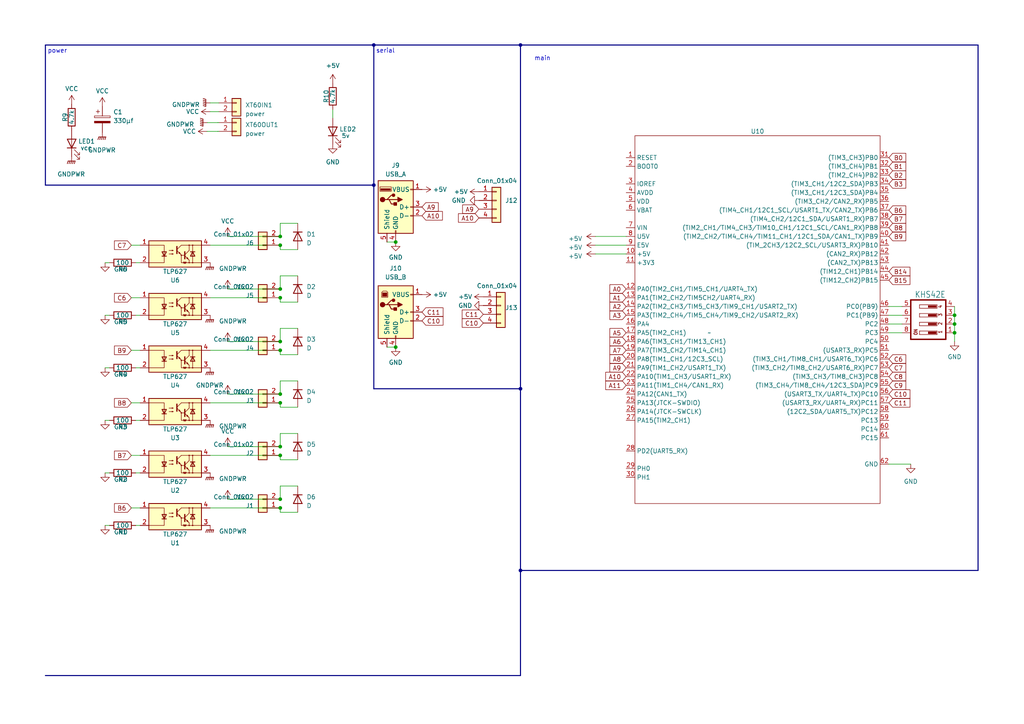
<source format=kicad_sch>
(kicad_sch (version 20230121) (generator eeschema)
  (paper "A4")
  (lib_symbols
    (symbol "Connector:USB_A" (pin_names (offset 1.016))
      (property "Reference" "J" (at -5.08 11.43 0))
      (property "Value" "USB_A" (at -5.08 8.89 0))
      (symbol "USB_A_0_1"
        (rectangle (start -5.08 -7.62) (end 5.08 7.62) (stroke (width 0.254)) (fill (type background)))
        (circle (center -3.81 2.159) (radius 0.635) (stroke (width 0.254)) (fill (type outline)))
        (rectangle (start -1.524 4.826) (end -4.318 5.334) (fill (type outline)))
        (rectangle (start -1.27 4.572) (end -4.572 5.842))
        (circle (center -0.635 3.429) (radius 0.381) (stroke (width 0.254)) (fill (type outline)))
        (rectangle (start -0.127 -7.62) (end 0.127 -6.858))
        (polyline (pts (xy -3.175 2.159) (xy -2.54 2.159) (xy -1.27 3.429) (xy -0.635 3.429)) (stroke (width 0.254)))
        (polyline (pts (xy -2.54 2.159) (xy -1.905 2.159) (xy -1.27 0.889) (xy 0 0.889)) (stroke (width 0.254)))
        (polyline (pts (xy 0.635 2.794) (xy 0.635 1.524) (xy 1.905 2.159) (xy 0.635 2.794)) (stroke (width 0.254)) (fill (type outline)))
        (rectangle (start 0.254 1.27) (end -0.508 0.508) (stroke (width 0.254)) (fill (type outline)))
        (rectangle (start 5.08 -2.667) (end 4.318 -2.413))
        (rectangle (start 5.08 -0.127) (end 4.318 0.127))
        (rectangle (start 5.08 4.953) (end 4.318 5.207))
      )
      (symbol "USB_A_1_1"
        (polyline (pts (xy -1.905 2.159) (xy 0.635 2.159)) (stroke (width 0.254)))
        (pin power_in line (at 7.62 5.08 180) (length 2.54) (name "VBUS") (number "1"))
        (pin bidirectional line (at 7.62 -2.54 180) (length 2.54) (name "D-") (number "2"))
        (pin bidirectional line (at 7.62 0 180) (length 2.54) (name "D+") (number "3"))
        (pin power_in line (at 0 -10.16 90) (length 2.54) (name "GND") (number "4"))
        (pin passive line (at -2.54 -10.16 90) (length 2.54) (name "Shield") (number "5"))
      )
    )
    (symbol "Connector:USB_B" (pin_names (offset 1.016))
      (property "Reference" "J" (at -5.08 11.43 0))
      (property "Value" "USB_B" (at -5.08 8.89 0))
      (symbol "USB_B_0_1"
        (rectangle (start -5.08 -7.62) (end 5.08 7.62) (stroke (width 0.254)) (fill (type background)))
        (circle (center -3.81 2.159) (radius 0.635) (stroke (width 0.254)) (fill (type outline)))
        (rectangle (start -3.81 5.588) (end -2.54 4.572) (fill (type outline)))
        (circle (center -0.635 3.429) (radius 0.381) (stroke (width 0.254)) (fill (type outline)))
        (rectangle (start -0.127 -7.62) (end 0.127 -6.858))
        (polyline (pts (xy -1.905 2.159) (xy 0.635 2.159)) (stroke (width 0.254)))
        (polyline (pts (xy -3.175 2.159) (xy -2.54 2.159) (xy -1.27 3.429) (xy -0.635 3.429)) (stroke (width 0.254)))
        (polyline (pts (xy -2.54 2.159) (xy -1.905 2.159) (xy -1.27 0.889) (xy 0 0.889)) (stroke (width 0.254)))
        (polyline (pts (xy 0.635 2.794) (xy 0.635 1.524) (xy 1.905 2.159) (xy 0.635 2.794)) (stroke (width 0.254)) (fill (type outline)))
        (polyline (pts (xy -4.064 4.318) (xy -2.286 4.318) (xy -2.286 5.715) (xy -2.667 6.096) (xy -3.683 6.096) (xy -4.064 5.715) (xy -4.064 4.318)))
        (rectangle (start 0.254 1.27) (end -0.508 0.508) (stroke (width 0.254)) (fill (type outline)))
        (rectangle (start 5.08 -2.667) (end 4.318 -2.413))
        (rectangle (start 5.08 -0.127) (end 4.318 0.127))
        (rectangle (start 5.08 4.953) (end 4.318 5.207))
      )
      (symbol "USB_B_1_1"
        (pin power_out line (at 7.62 5.08 180) (length 2.54) (name "VBUS") (number "1"))
        (pin bidirectional line (at 7.62 -2.54 180) (length 2.54) (name "D-") (number "2"))
        (pin bidirectional line (at 7.62 0 180) (length 2.54) (name "D+") (number "3"))
        (pin power_out line (at 0 -10.16 90) (length 2.54) (name "GND") (number "4"))
        (pin passive line (at -2.54 -10.16 90) (length 2.54) (name "Shield") (number "5"))
      )
    )
    (symbol "Connector_Generic:Conn_01x02" (pin_names (offset 1.016) hide)
      (property "Reference" "J" (at 0 2.54 0))
      (property "Value" "Conn_01x02" (at 0 -5.08 0))
      (symbol "Conn_01x02_1_1"
        (rectangle (start -1.27 -2.413) (end 0 -2.667) (stroke (width 0.1524)))
        (rectangle (start -1.27 0.127) (end 0 -0.127) (stroke (width 0.1524)))
        (rectangle (start -1.27 1.27) (end 1.27 -3.81) (stroke (width 0.254)) (fill (type background)))
        (pin passive line (at -5.08 0 0) (length 3.81) (name "Pin_1") (number "1"))
        (pin passive line (at -5.08 -2.54 0) (length 3.81) (name "Pin_2") (number "2"))
      )
    )
    (symbol "Connector_Generic:Conn_01x04" (pin_names (offset 1.016) hide)
      (property "Reference" "J" (at 0 5.08 0))
      (property "Value" "Conn_01x04" (at 0 -7.62 0))
      (symbol "Conn_01x04_1_1"
        (rectangle (start -1.27 -4.953) (end 0 -5.207) (stroke (width 0.1524)))
        (rectangle (start -1.27 -2.413) (end 0 -2.667) (stroke (width 0.1524)))
        (rectangle (start -1.27 0.127) (end 0 -0.127) (stroke (width 0.1524)))
        (rectangle (start -1.27 2.667) (end 0 2.413) (stroke (width 0.1524)))
        (rectangle (start -1.27 3.81) (end 1.27 -6.35) (stroke (width 0.254)) (fill (type background)))
        (pin passive line (at -5.08 2.54 0) (length 3.81) (name "Pin_1") (number "1"))
        (pin passive line (at -5.08 0 0) (length 3.81) (name "Pin_2") (number "2"))
        (pin passive line (at -5.08 -2.54 0) (length 3.81) (name "Pin_3") (number "3"))
        (pin passive line (at -5.08 -5.08 0) (length 3.81) (name "Pin_4") (number "4"))
      )
    )
    (symbol "Device:C_Polarized" (pin_numbers hide) (pin_names (offset 0.254))
      (property "Reference" "C" (at 0.635 2.54 0))
      (property "Value" "C_Polarized" (at 0.635 -2.54 0))
      (symbol "C_Polarized_0_1"
        (rectangle (start -2.286 0.508) (end 2.286 1.016))
        (polyline (pts (xy -1.778 2.286) (xy -0.762 2.286)))
        (polyline (pts (xy -1.27 2.794) (xy -1.27 1.778)))
        (rectangle (start 2.286 -0.508) (end -2.286 -1.016) (fill (type outline)))
      )
      (symbol "C_Polarized_1_1"
        (pin passive line (at 0 3.81 270) (length 2.794) (name "~") (number "1"))
        (pin passive line (at 0 -3.81 90) (length 2.794) (name "~") (number "2"))
      )
    )
    (symbol "Device:D" (pin_numbers hide) (pin_names (offset 1.016) hide)
      (property "Reference" "D" (at 0 2.54 0))
      (property "Value" "D" (at 0 -2.54 0))
      (symbol "D_0_1"
        (polyline (pts (xy -1.27 1.27) (xy -1.27 -1.27)) (stroke (width 0.254)))
        (polyline (pts (xy 1.27 0) (xy -1.27 0)))
        (polyline (pts (xy 1.27 1.27) (xy 1.27 -1.27) (xy -1.27 0) (xy 1.27 1.27)) (stroke (width 0.254)))
      )
      (symbol "D_1_1"
        (pin passive line (at -3.81 0 0) (length 2.54) (name "K") (number "1"))
        (pin passive line (at 3.81 0 180) (length 2.54) (name "A") (number "2"))
      )
    )
    (symbol "Device:LED" (pin_numbers hide) (pin_names (offset 1.016) hide)
      (property "Reference" "D" (at 0 2.54 0))
      (property "Value" "LED" (at 0 -2.54 0))
      (symbol "LED_0_1"
        (polyline (pts (xy -1.27 -1.27) (xy -1.27 1.27)) (stroke (width 0.254)))
        (polyline (pts (xy -1.27 0) (xy 1.27 0)))
        (polyline (pts (xy 1.27 -1.27) (xy 1.27 1.27) (xy -1.27 0) (xy 1.27 -1.27)) (stroke (width 0.254)))
        (polyline (pts (xy -3.048 -0.762) (xy -4.572 -2.286) (xy -3.81 -2.286) (xy -4.572 -2.286) (xy -4.572 -1.524)))
        (polyline (pts (xy -1.778 -0.762) (xy -3.302 -2.286) (xy -2.54 -2.286) (xy -3.302 -2.286) (xy -3.302 -1.524)))
      )
      (symbol "LED_1_1"
        (pin passive line (at -3.81 0 0) (length 2.54) (name "K") (number "1"))
        (pin passive line (at 3.81 0 180) (length 2.54) (name "A") (number "2"))
      )
    )
    (symbol "Device:R" (pin_numbers hide) (pin_names (offset 0))
      (property "Reference" "R" (at 2.032 0 90))
      (property "Value" "R" (at 0 0 90))
      (symbol "R_0_1"
        (rectangle (start -1.016 -2.54) (end 1.016 2.54) (stroke (width 0.254)))
      )
      (symbol "R_1_1"
        (pin passive line (at 0 3.81 270) (length 1.27) (name "~") (number "1"))
        (pin passive line (at 0 -3.81 90) (length 1.27) (name "~") (number "2"))
      )
    )
    (symbol "Isolator:TLP627" (pin_names (offset 1.016))
      (property "Reference" "U" (at -7.62 5.08 0))
      (property "Value" "TLP627" (at 0 5.08 0))
      (symbol "TLP627_0_1"
        (rectangle (start -7.62 3.81) (end 7.62 -3.81) (stroke (width 0.254)) (fill (type background)))
        (polyline (pts (xy -3.81 -0.635) (xy -2.54 -0.635)) (stroke (width 0.254)))
        (polyline (pts (xy 0.508 1.016) (xy 1.778 -0.254)))
        (polyline (pts (xy 0.508 1.27) (xy 1.778 2.54)))
        (polyline (pts (xy 0.508 2.159) (xy 0.508 0.127)) (stroke (width 0.3556)))
        (polyline (pts (xy 1.778 2.54) (xy 7.62 2.54)))
        (polyline (pts (xy 2.794 -0.508) (xy 4.064 -1.778)))
        (polyline (pts (xy 2.794 -0.381) (xy 1.778 -0.381)))
        (polyline (pts (xy 2.794 -0.254) (xy 4.064 1.016)))
        (polyline (pts (xy 4.064 -2.54) (xy 7.62 -2.54)))
        (polyline (pts (xy 4.064 -1.778) (xy 4.064 -2.54)))
        (polyline (pts (xy 4.064 1.016) (xy 4.064 2.54)))
        (polyline (pts (xy 4.445 0.635) (xy 5.715 0.635)) (stroke (width 0.254)))
        (polyline (pts (xy 5.08 -0.635) (xy 5.08 -2.54)))
        (polyline (pts (xy 5.08 -0.635) (xy 5.08 2.54)))
        (polyline (pts (xy -7.62 2.54) (xy -3.175 2.54) (xy -3.175 0.635)))
        (polyline (pts (xy -3.175 0.762) (xy -3.175 -2.54) (xy -7.62 -2.54)))
        (polyline (pts (xy 2.794 0.635) (xy 2.794 -1.397) (xy 2.794 -1.397)) (stroke (width 0.3556)))
        (polyline (pts (xy -3.175 -0.635) (xy -3.81 0.635) (xy -2.54 0.635) (xy -3.175 -0.635)) (stroke (width 0.254)))
        (polyline (pts (xy 1.524 0) (xy 1.27 0.508) (xy 1.016 0.254) (xy 1.524 0)))
        (polyline (pts (xy 3.81 -1.524) (xy 3.556 -1.016) (xy 3.302 -1.27) (xy 3.81 -1.524)))
        (polyline (pts (xy 5.08 0.635) (xy 4.445 -0.635) (xy 5.715 -0.635) (xy 5.08 0.635)) (stroke (width 0.254)))
        (polyline (pts (xy -1.778 0) (xy -0.508 0) (xy -0.889 -0.127) (xy -0.889 0.127) (xy -0.508 0)))
        (polyline (pts (xy -1.778 1.016) (xy -0.508 1.016) (xy -0.889 0.889) (xy -0.889 1.143) (xy -0.508 1.016)))
        (polyline (pts (xy 1.778 -0.254) (xy 1.778 -2.54) (xy 2.286 -2.54) (xy 2.413 -2.286) (xy 2.54 -2.794) (xy 2.667 -2.286) (xy 2.794 -2.794) (xy 2.921 -2.286) (xy 3.048 -2.794) (xy 3.175 -2.286) (xy 3.302 -2.54) (xy 4.064 -2.54)))
        (circle (center 1.778 -0.381) (radius 0.127))
        (circle (center 4.064 -2.54) (radius 0.127))
        (circle (center 4.064 2.54) (radius 0.127))
        (circle (center 5.08 -2.54) (radius 0.127))
        (circle (center 5.08 2.54) (radius 0.127))
      )
      (symbol "TLP627_1_1"
        (pin passive line (at -10.16 2.54 0) (length 2.54) (name "~") (number "1"))
        (pin passive line (at -10.16 -2.54 0) (length 2.54) (name "~") (number "2"))
        (pin passive line (at 10.16 -2.54 180) (length 2.54) (name "~") (number "3"))
        (pin passive line (at 10.16 2.54 180) (length 2.54) (name "~") (number "4"))
      )
    )
    (symbol "power:+5V" (power) (pin_names (offset 0))
      (property "Value" "+5V" (at 0 3.556 0))
      (symbol "+5V_0_1"
        (polyline (pts (xy -0.762 1.27) (xy 0 2.54)))
        (polyline (pts (xy 0 0) (xy 0 2.54)))
        (polyline (pts (xy 0 2.54) (xy 0.762 1.27)))
      )
      (symbol "+5V_1_1"
        (pin power_in line (at 0 0 90) (length 0) hide (name "+5V") (number "1"))
      )
    )
    (symbol "power:GND" (power) (pin_names (offset 0))
      (property "Value" "GND" (at 0 -3.81 0))
      (symbol "GND_0_1"
        (polyline (pts (xy 0 0) (xy 0 -1.27) (xy 1.27 -1.27) (xy 0 -2.54) (xy -1.27 -1.27) (xy 0 -1.27)))
      )
      (symbol "GND_1_1"
        (pin power_in line (at 0 0 270) (length 0) hide (name "GND") (number "1"))
      )
    )
    (symbol "power:GNDPWR" (power) (pin_names (offset 0))
      (property "Value" "GNDPWR" (at 0 -3.302 0))
      (symbol "GNDPWR_0_1"
        (polyline (pts (xy 0 -1.27) (xy 0 0)))
        (polyline (pts (xy -1.016 -1.27) (xy -1.27 -2.032) (xy -1.27 -2.032)) (stroke (width 0.2032)))
        (polyline (pts (xy -0.508 -1.27) (xy -0.762 -2.032) (xy -0.762 -2.032)) (stroke (width 0.2032)))
        (polyline (pts (xy 0 -1.27) (xy -0.254 -2.032) (xy -0.254 -2.032)) (stroke (width 0.2032)))
        (polyline (pts (xy 0.508 -1.27) (xy 0.254 -2.032) (xy 0.254 -2.032)) (stroke (width 0.2032)))
        (polyline (pts (xy 1.016 -1.27) (xy -1.016 -1.27) (xy -1.016 -1.27)) (stroke (width 0.2032)))
        (polyline (pts (xy 1.016 -1.27) (xy 0.762 -2.032) (xy 0.762 -2.032) (xy 0.762 -2.032)) (stroke (width 0.2032)))
      )
      (symbol "GNDPWR_1_1"
        (pin power_in line (at 0 0 270) (length 0) hide (name "GNDPWR") (number "1"))
      )
    )
    (symbol "power:VCC" (power) (pin_names (offset 0))
      (property "Value" "VCC" (at 0 3.81 0))
      (symbol "VCC_0_1"
        (polyline (pts (xy -0.762 1.27) (xy 0 2.54)))
        (polyline (pts (xy 0 0) (xy 0 2.54)))
        (polyline (pts (xy 0 2.54) (xy 0.762 1.27)))
      )
      (symbol "VCC_1_1"
        (pin power_in line (at 0 0 90) (length 0) hide (name "VCC") (number "1"))
      )
    )
    (symbol "stm32F446RE-Nucleo:STM32F446RE-Nucleo"
      (property "Reference" "U" (at 0 0 0))
      (symbol "STM32F446RE-Nucleo_0_1"
        (polyline (pts (xy -21.59 57.15) (xy 49.53 57.15) (xy 49.53 -46.99) (xy 49.53 -49.53) (xy -21.59 -49.53) (xy -21.59 57.15)))
      )
      (symbol "STM32F446RE-Nucleo_1_1"
        (pin input line (at -24.13 50.8 0) (length 2.54) (name "RESET") (number "1"))
        (pin power_out line (at -24.13 22.86 0) (length 2.54) (name "+5V") (number "10"))
        (pin power_out line (at -24.13 20.32 0) (length 2.54) (name "+3V3") (number "11"))
        (pin bidirectional line (at -24.13 12.7 0) (length 2.54) (name "PA0(TIM2_CH1/TIM5_CH1/UART4_TX)") (number "12"))
        (pin bidirectional line (at -24.13 10.16 0) (length 2.54) (name "PA1(TIM2_CH2/TIM5CH2/UART4_RX)") (number "13"))
        (pin bidirectional line (at -24.13 7.62 0) (length 2.54) (name "PA2(TIM2_CH3/TIM5_CH3/TIM9_CH1/USART2_TX)") (number "14"))
        (pin bidirectional line (at -24.13 5.08 0) (length 2.54) (name "PA3(TIM2_CH4/TIM5_CH4/TIM9_CH2/USART2_RX)") (number "15"))
        (pin bidirectional line (at -24.13 2.54 0) (length 2.54) (name "PA4") (number "16"))
        (pin bidirectional line (at -24.13 0 0) (length 2.54) (name "PA5(TIM2_CH1)") (number "17"))
        (pin bidirectional line (at -24.13 -2.54 0) (length 2.54) (name "PA6(TIM3_CH1/TIM13_CH1)") (number "18"))
        (pin bidirectional line (at -24.13 -5.08 0) (length 2.54) (name "PA7(TIM3_CH2/TIM14_CH1)") (number "19"))
        (pin input line (at -24.13 48.26 0) (length 2.54) (name "BOOT0") (number "2"))
        (pin bidirectional line (at -24.13 -7.62 0) (length 2.54) (name "PA8(TIM1_CH1/12C3_SCL)") (number "20"))
        (pin bidirectional line (at -24.13 -10.16 0) (length 2.54) (name "PA9(TIM1_CH2/USART1_TX)") (number "21"))
        (pin bidirectional line (at -24.13 -12.7 0) (length 2.54) (name "PA10(TIM1_CH3/USART1_RX)") (number "22"))
        (pin bidirectional line (at -24.13 -15.24 0) (length 2.54) (name "PA11(TIM1_CH4/CAN1_RX)") (number "23"))
        (pin bidirectional line (at -24.13 -17.78 0) (length 2.54) (name "PA12(CAN1_TX)") (number "24"))
        (pin bidirectional line (at -24.13 -20.32 0) (length 2.54) (name "PA13(JTCK-SWDIO)") (number "25"))
        (pin bidirectional line (at -24.13 -22.86 0) (length 2.54) (name "PA14(JTCK-SWCLK)") (number "26"))
        (pin bidirectional line (at -24.13 -25.4 0) (length 2.54) (name "PA15(TIM2_CH1)") (number "27"))
        (pin bidirectional line (at -24.13 -34.29 0) (length 2.54) (name "PD2(UART5_RX)") (number "28"))
        (pin bidirectional line (at -24.13 -39.37 0) (length 2.54) (name "PH0") (number "29"))
        (pin input line (at -24.13 43.18 0) (length 2.54) (name "IOREF") (number "3"))
        (pin bidirectional line (at -24.13 -41.91 0) (length 2.54) (name "PH1") (number "30"))
        (pin bidirectional line (at 52.07 50.8 180) (length 2.54) (name "(TIM3_CH3)PB0") (number "31"))
        (pin bidirectional line (at 52.07 48.26 180) (length 2.54) (name "(TIM3_CH4)PB1") (number "32"))
        (pin bidirectional line (at 52.07 45.72 180) (length 2.54) (name "(TIM2_CH4)PB2") (number "33"))
        (pin bidirectional line (at 52.07 43.18 180) (length 2.54) (name "(TIM3_CH1/12C2_SDA)PB3") (number "34"))
        (pin bidirectional line (at 52.07 40.64 180) (length 2.54) (name "(TIM3_CH1/12C3_SDA)PB4") (number "35"))
        (pin bidirectional line (at 52.07 38.1 180) (length 2.54) (name "(TIM3_CH2/CAN2_RX)PB5") (number "36"))
        (pin bidirectional line (at 52.07 35.56 180) (length 2.54) (name "(TIM4_CH1/12C1_SCL/USART1_TX/CAN2_TX)PB6") (number "37"))
        (pin bidirectional line (at 52.07 33.02 180) (length 2.54) (name "(TIM4_CH2/12C1_SDA/USART1_RX)PB7") (number "38"))
        (pin bidirectional line (at 52.07 30.48 180) (length 2.54) (name "(TIM2_CH1/TIM4_CH3/TIM10_CH1/12C1_SCL/CAN1_RX)PB8") (number "39"))
        (pin input line (at -24.13 40.64 0) (length 2.54) (name "AVDD") (number "4"))
        (pin bidirectional line (at 52.07 27.94 180) (length 2.54) (name "(TIM2_CH2/TIM4_CH4/TIM11_CH1/12C1_SDA/CAN1_TX)PB9") (number "40"))
        (pin bidirectional line (at 52.07 25.4 180) (length 2.54) (name "(TIM_2CH3/12C2_SCL/USART3_RX)PB10") (number "41"))
        (pin bidirectional line (at 52.07 22.86 180) (length 2.54) (name "(CAN2_RX)PB12") (number "42"))
        (pin bidirectional line (at 52.07 20.32 180) (length 2.54) (name "(CAN2_TX)PB13") (number "43"))
        (pin bidirectional line (at 52.07 17.78 180) (length 2.54) (name "(TIM12_CH1)PB14") (number "44"))
        (pin bidirectional line (at 52.07 15.24 180) (length 2.54) (name "(TIM12_CH2)PB15") (number "45"))
        (pin bidirectional line (at 52.07 7.62 180) (length 2.54) (name "PC0(PB9)") (number "46"))
        (pin bidirectional line (at 52.07 5.08 180) (length 2.54) (name "PC1(PB9)") (number "47"))
        (pin bidirectional line (at 52.07 2.54 180) (length 2.54) (name "PC2") (number "48"))
        (pin bidirectional line (at 52.07 0 180) (length 2.54) (name "PC3") (number "49"))
        (pin input line (at -24.13 38.1 0) (length 2.54) (name "VDD") (number "5"))
        (pin bidirectional line (at 52.07 -2.54 180) (length 2.54) (name "PC4") (number "50"))
        (pin bidirectional line (at 52.07 -5.08 180) (length 2.54) (name "(USART3_RX)PC5") (number "51"))
        (pin bidirectional line (at 52.07 -7.62 180) (length 2.54) (name "(TIM3_CH1/TIM8_CH1/USART6_TX)PC6") (number "52"))
        (pin bidirectional line (at 52.07 -10.16 180) (length 2.54) (name "(TIM3_CH2/TIM8_CH2/USART6_RX)PC7") (number "53"))
        (pin bidirectional line (at 52.07 -12.7 180) (length 2.54) (name "(TIM3_CH3/TIM8_CH3)PC8") (number "54"))
        (pin bidirectional line (at 52.07 -15.24 180) (length 2.54) (name "(TIM3_CH4/TIM8_CH4/12C3_SDA)PC9") (number "55"))
        (pin bidirectional line (at 52.07 -17.78 180) (length 2.54) (name "(USART3_TX/UART4_TX)PC10") (number "56"))
        (pin bidirectional line (at 52.07 -20.32 180) (length 2.54) (name "(USART3_RX/UART4_RX)PC11") (number "57"))
        (pin bidirectional line (at 52.07 -22.86 180) (length 2.54) (name "(12C2_SDA/UART5_TX)PC12") (number "58"))
        (pin bidirectional line (at 52.07 -25.4 180) (length 2.54) (name "PC13") (number "59"))
        (pin input line (at -24.13 35.56 0) (length 2.54) (name "VBAT") (number "6"))
        (pin bidirectional line (at 52.07 -27.94 180) (length 2.54) (name "PC14") (number "60"))
        (pin bidirectional line (at 52.07 -30.48 180) (length 2.54) (name "PC15") (number "61"))
        (pin power_out line (at 52.07 -38.1 180) (length 2.54) (name "GND") (number "62"))
        (pin power_in line (at -24.13 30.48 0) (length 2.54) (name "VIN") (number "7"))
        (pin input line (at -24.13 27.94 0) (length 2.54) (name "U5V") (number "8"))
        (pin input line (at -24.13 25.4 0) (length 2.54) (name "E5V") (number "9"))
      )
    )
    (symbol "ver1-eagle-import:KHS42E"
      (symbol "KHS42E_1_0"
        (rectangle (start -2.794 -2.286) (end -2.286 0) (fill (type outline)))
        (rectangle (start -0.254 -2.286) (end 0.254 0) (fill (type outline)))
        (polyline (pts (xy -4.445 -5.08) (xy 6.985 -5.08)) (stroke (width 0.4064)))
        (polyline (pts (xy -4.445 5.08) (xy -4.445 -5.08)) (stroke (width 0.4064)))
        (polyline (pts (xy -3.048 -2.54) (xy -3.048 2.54)) (stroke (width 0.1524)))
        (polyline (pts (xy -3.048 2.54) (xy -2.032 2.54)) (stroke (width 0.1524)))
        (polyline (pts (xy -2.032 -2.54) (xy -3.048 -2.54)) (stroke (width 0.1524)))
        (polyline (pts (xy -2.032 2.54) (xy -2.032 -2.54)) (stroke (width 0.1524)))
        (polyline (pts (xy -0.508 -2.54) (xy -0.508 2.54)) (stroke (width 0.1524)))
        (polyline (pts (xy -0.508 2.54) (xy 0.508 2.54)) (stroke (width 0.1524)))
        (polyline (pts (xy 0.508 -2.54) (xy -0.508 -2.54)) (stroke (width 0.1524)))
        (polyline (pts (xy 0.508 2.54) (xy 0.508 -2.54)) (stroke (width 0.1524)))
        (polyline (pts (xy 2.032 -2.54) (xy 2.032 2.54)) (stroke (width 0.1524)))
        (polyline (pts (xy 2.032 2.54) (xy 3.048 2.54)) (stroke (width 0.1524)))
        (polyline (pts (xy 3.048 -2.54) (xy 2.032 -2.54)) (stroke (width 0.1524)))
        (polyline (pts (xy 3.048 2.54) (xy 3.048 -2.54)) (stroke (width 0.1524)))
        (polyline (pts (xy 4.572 -2.54) (xy 4.572 2.54)) (stroke (width 0.1524)))
        (polyline (pts (xy 4.572 2.54) (xy 5.588 2.54)) (stroke (width 0.1524)))
        (polyline (pts (xy 5.588 -2.54) (xy 4.572 -2.54)) (stroke (width 0.1524)))
        (polyline (pts (xy 5.588 2.54) (xy 5.588 -2.54)) (stroke (width 0.1524)))
        (polyline (pts (xy 6.985 -5.08) (xy 6.985 5.08)) (stroke (width 0.4064)))
        (polyline (pts (xy 6.985 5.08) (xy -4.445 5.08)) (stroke (width 0.4064)))
        (rectangle (start 2.286 -2.286) (end 2.794 0) (fill (type outline)))
        (rectangle (start 4.826 -2.286) (end 5.334 0) (fill (type outline)))
        (text "1" (at -2.794 -4.064 0) (effects (font (size 0.9906 0.842) (thickness 0.1684) bold) (justify left bottom)))
        (text "2" (at -0.381 -4.064 0) (effects (font (size 0.9906 0.842) (thickness 0.1684) bold) (justify left bottom)))
        (text "3" (at 2.159 -4.064 0) (effects (font (size 0.9906 0.842) (thickness 0.1684) bold) (justify left bottom)))
        (text "4" (at 4.572 -4.064 0) (effects (font (size 0.9906 0.842) (thickness 0.1684) bold) (justify left bottom)))
        (text "ON" (at -3.302 3.048 0) (effects (font (size 0.9906 0.842) (thickness 0.1684) bold) (justify left bottom)))
        (pin passive line (at -2.54 -7.62 90) (length 2.54) (name "1") (number "1"))
        (pin passive line (at 0 -7.62 90) (length 2.54) (name "2") (number "2"))
        (pin passive line (at 2.54 -7.62 90) (length 2.54) (name "3") (number "3"))
        (pin passive line (at 5.08 -7.62 90) (length 2.54) (name "4") (number "4"))
        (pin passive line (at 5.08 7.62 270) (length 2.54) (name "5") (number "5"))
        (pin passive line (at 2.54 7.62 270) (length 2.54) (name "6") (number "6"))
        (pin passive line (at 0 7.62 270) (length 2.54) (name "7") (number "7"))
        (pin passive line (at -2.54 7.62 270) (length 2.54) (name "8") (number "8"))
      )
    )
  )
  (junction (at 108.4173 13.0555))
  (junction (at 81.28 71.12))
  (junction (at 150.9623 13.0555))
  (junction (at 81.28 86.36))
  (junction (at 81.28 83.82))
  (junction (at 114.7673 70.2055))
  (junction (at 150.9623 165.4555))
  (junction (at 81.28 101.6))
  (junction (at 276.86 96.52))
  (junction (at 81.28 68.58))
  (junction (at 114.7673 100.6855))
  (junction (at 81.28 129.54))
  (junction (at 108.4173 53.6955))
  (junction (at 81.28 147.32))
  (junction (at 81.28 99.06))
  (junction (at 150.9623 112.7505))
  (junction (at 276.86 93.98))
  (junction (at 81.28 144.78))
  (junction (at 276.86 91.44))
  (junction (at 81.28 114.3))
  (junction (at 81.28 116.84))
  (junction (at 81.28 132.08))
  (wire (pts (xy 31.75 152.4) (xy 30.48 152.4)))
  (wire (pts (xy 40.64 121.92) (xy 39.37 121.92)))
  (wire (pts (xy 30.48 76.2) (xy 31.75 76.2)))
  (wire (pts (xy 81.28 68.58) (xy 81.28 64.77)))
  (wire (pts (xy 81.28 101.6) (xy 81.28 102.87)))
  (wire (pts (xy 81.28 133.35) (xy 86.36 133.35)))
  (bus (pts (xy 150.9623 112.7505) (xy 150.9623 165.4555)))
  (bus (pts (xy 150.9623 13.0555) (xy 283.6773 13.0555)))
  (wire (pts (xy 40.64 86.36) (xy 38.1 86.36)))
  (wire (pts (xy 60.0477 38.1135) (xy 63.1369 38.1135)))
  (wire (pts (xy 257.81 96.52) (xy 261.62 96.52)))
  (wire (pts (xy 81.28 116.84) (xy 81.28 118.11)))
  (wire (pts (xy 276.86 96.52) (xy 276.86 99.06)) (stroke (width 0.1524)))
  (wire (pts (xy 81.28 132.08) (xy 81.28 133.35)))
  (wire (pts (xy 40.64 101.6) (xy 38.1 101.6)))
  (wire (pts (xy 81.28 144.78) (xy 81.28 140.97)))
  (wire (pts (xy 172.72 71.12) (xy 181.61 71.12)))
  (wire (pts (xy 276.86 88.9) (xy 276.86 91.44)) (stroke (width 0.1524)))
  (wire (pts (xy 81.28 87.63) (xy 86.36 87.63)))
  (wire (pts (xy 276.86 91.44) (xy 276.86 93.98)) (stroke (width 0.1524)))
  (wire (pts (xy 81.28 64.77) (xy 86.36 64.77)))
  (wire (pts (xy 81.28 99.06) (xy 81.28 95.25)))
  (wire (pts (xy 40.64 132.08) (xy 38.1 132.08)))
  (wire (pts (xy 63.1369 38.1135) (xy 63.1369 38.1)))
  (wire (pts (xy 40.64 147.32) (xy 38.1 147.32)))
  (wire (pts (xy 81.28 110.49) (xy 86.36 110.49)))
  (bus (pts (xy 13.1673 13.0555) (xy 13.1673 53.6955)))
  (wire (pts (xy 63.1369 38.1) (xy 63.5 38.1)))
  (wire (pts (xy 257.81 91.44) (xy 261.62 91.44)))
  (wire (pts (xy 81.28 68.58) (xy 66.04 68.58)))
  (wire (pts (xy 96.52 31.75) (xy 96.52 34.29)) (stroke (width 0.1524)))
  (wire (pts (xy 81.28 71.12) (xy 60.96 71.12)))
  (wire (pts (xy 81.28 71.12) (xy 81.28 72.39)))
  (wire (pts (xy 81.28 114.3) (xy 81.28 110.49)))
  (bus (pts (xy 108.4173 53.6955) (xy 108.4173 112.7505)))
  (wire (pts (xy 81.28 140.97) (xy 86.36 140.97)))
  (wire (pts (xy 81.28 86.36) (xy 60.96 86.36)))
  (wire (pts (xy 112.2273 70.2055) (xy 114.7673 70.2055)))
  (wire (pts (xy 276.86 93.98) (xy 276.86 96.52)) (stroke (width 0.1524)))
  (wire (pts (xy 257.81 88.9) (xy 261.62 88.9)))
  (wire (pts (xy 81.28 72.39) (xy 86.36 72.39)))
  (wire (pts (xy 30.48 121.92) (xy 31.75 121.92)))
  (wire (pts (xy 81.28 95.25) (xy 86.36 95.25)))
  (wire (pts (xy 30.48 91.44) (xy 31.75 91.44)))
  (wire (pts (xy 31.75 137.16) (xy 30.48 137.16)))
  (wire (pts (xy 81.28 132.08) (xy 60.96 132.08)))
  (wire (pts (xy 172.72 68.58) (xy 181.61 68.58)))
  (wire (pts (xy 60.1391 35.5699) (xy 63.1655 35.5699)))
  (wire (pts (xy 81.28 118.11) (xy 86.36 118.11)))
  (bus (pts (xy 13.1673 53.6955) (xy 108.4173 53.6955)))
  (bus (pts (xy 13.1673 195.9355) (xy 150.9623 195.9355)))
  (wire (pts (xy 257.81 134.62) (xy 264.16 134.62)))
  (bus (pts (xy 283.6773 165.4555) (xy 150.9623 165.4555)))
  (bus (pts (xy 108.4173 53.6955) (xy 108.4173 13.0555)))
  (wire (pts (xy 81.28 86.36) (xy 81.28 87.63)))
  (wire (pts (xy 81.28 129.54) (xy 66.04 129.54)))
  (wire (pts (xy 81.28 99.06) (xy 66.04 99.06)))
  (bus (pts (xy 13.1673 13.0555) (xy 108.4173 13.0555)))
  (wire (pts (xy 112.2273 100.6855) (xy 114.7673 100.6855)))
  (wire (pts (xy 81.28 144.78) (xy 66.04 144.78)))
  (wire (pts (xy 40.64 137.16) (xy 39.37 137.16)))
  (wire (pts (xy 81.28 101.6) (xy 60.96 101.6)))
  (wire (pts (xy 257.81 93.98) (xy 261.62 93.98)))
  (wire (pts (xy 81.28 114.3) (xy 66.04 114.3)))
  (wire (pts (xy 40.64 106.68) (xy 39.37 106.68)))
  (wire (pts (xy 63.5 29.845) (xy 60.96 29.845)))
  (wire (pts (xy 81.28 80.01) (xy 86.36 80.01)))
  (bus (pts (xy 108.4173 13.0555) (xy 150.9623 13.0555)))
  (bus (pts (xy 150.9623 195.9355) (xy 150.9623 165.4555)))
  (wire (pts (xy 81.28 116.84) (xy 60.96 116.84)))
  (wire (pts (xy 30.48 106.68) (xy 31.75 106.68)))
  (wire (pts (xy 81.28 129.54) (xy 81.28 125.73)))
  (wire (pts (xy 63.1655 35.56) (xy 63.5 35.56)))
  (wire (pts (xy 81.28 102.87) (xy 86.36 102.87)))
  (wire (pts (xy 81.28 147.32) (xy 60.96 147.32)))
  (wire (pts (xy 40.64 116.84) (xy 38.1 116.84)))
  (wire (pts (xy 81.28 80.01) (xy 81.28 83.82)))
  (wire (pts (xy 40.64 152.4) (xy 39.37 152.4)))
  (wire (pts (xy 40.64 91.44) (xy 39.37 91.44)))
  (bus (pts (xy 108.4173 112.7505) (xy 150.9623 112.7505)))
  (wire (pts (xy 63.1655 35.5699) (xy 63.1655 35.56)))
  (wire (pts (xy 66.04 83.82) (xy 81.28 83.82)))
  (wire (pts (xy 172.72 73.66) (xy 181.61 73.66)))
  (wire (pts (xy 81.28 125.73) (xy 86.36 125.73)))
  (wire (pts (xy 81.28 147.32) (xy 81.28 148.59)))
  (bus (pts (xy 283.6773 13.0555) (xy 283.6773 165.4555)))
  (wire (pts (xy 40.64 71.12) (xy 38.1 71.12)))
  (wire (pts (xy 40.64 76.2) (xy 39.37 76.2)))
  (wire (pts (xy 60.96 32.385) (xy 63.5 32.385)))
  (wire (pts (xy 81.28 148.59) (xy 86.36 148.59)))
  (bus (pts (xy 150.9623 13.0555) (xy 150.9623 112.7505)))
  (text "main\n" (at 154.94 17.78 0) (effects (font (size 1.27 1.27)) (justify left bottom)))
  (text "power\n" (at 13.8023 15.5955 0) (effects (font (size 1.27 1.27)) (justify left bottom)))
  (text "serial" (at 109.0523 15.5955 0) (effects (font (size 1.27 1.27)) (justify left bottom)))
  (global_label "A5" (shape input) (at 181.61 96.52 180) (property "Intersheetrefs" "${INTERSHEET_REFS}" (effects hide)))
  (global_label "C7" (shape input) (at 257.81 106.68 0) (property "Intersheetrefs" "${INTERSHEET_REFS}" (effects hide)))
  (global_label "B7" (shape input) (at 38.1 132.08 180) (property "Intersheetrefs" "${INTERSHEET_REFS}" (effects hide)))
  (global_label "B14" (shape input) (at 257.81 78.74 0) (property "Intersheetrefs" "${INTERSHEET_REFS}" (effects hide)))
  (global_label "B2" (shape input) (at 257.81 50.8 0) (property "Intersheetrefs" "${INTERSHEET_REFS}" (effects hide)))
  (global_label "C10" (shape input) (at 140.1673 93.7005 180) (property "Intersheetrefs" "${INTERSHEET_REFS}" (effects hide)))
  (global_label "C11" (shape input) (at 257.81 116.84 0) (property "Intersheetrefs" "${INTERSHEET_REFS}" (effects hide)))
  (global_label "A0" (shape input) (at 181.61 83.82 180) (property "Intersheetrefs" "${INTERSHEET_REFS}" (effects hide)))
  (global_label "B0" (shape input) (at 257.81 45.72 0) (property "Intersheetrefs" "${INTERSHEET_REFS}" (effects hide)))
  (global_label "C6" (shape input) (at 38.1 86.36 180) (property "Intersheetrefs" "${INTERSHEET_REFS}" (effects hide)))
  (global_label "A6" (shape input) (at 181.61 99.06 180) (property "Intersheetrefs" "${INTERSHEET_REFS}" (effects hide)))
  (global_label "B9" (shape input) (at 38.1 101.6 180) (property "Intersheetrefs" "${INTERSHEET_REFS}" (effects hide)))
  (global_label "A3" (shape input) (at 181.61 91.44 180) (property "Intersheetrefs" "${INTERSHEET_REFS}" (effects hide)))
  (global_label "C9" (shape input) (at 257.81 111.76 0) (property "Intersheetrefs" "${INTERSHEET_REFS}" (effects hide)))
  (global_label "C11" (shape input) (at 122.3873 90.5255 0) (property "Intersheetrefs" "${INTERSHEET_REFS}" (effects hide)))
  (global_label "B6" (shape input) (at 38.1 147.32 180) (property "Intersheetrefs" "${INTERSHEET_REFS}" (effects hide)))
  (global_label "A10" (shape input) (at 181.61 109.22 180) (property "Intersheetrefs" "${INTERSHEET_REFS}" (effects hide)))
  (global_label "A1" (shape input) (at 181.61 86.36 180) (property "Intersheetrefs" "${INTERSHEET_REFS}" (effects hide)))
  (global_label "A7" (shape input) (at 181.61 101.6 180) (property "Intersheetrefs" "${INTERSHEET_REFS}" (effects hide)))
  (global_label "C8" (shape input) (at 257.81 109.22 0) (property "Intersheetrefs" "${INTERSHEET_REFS}" (effects hide)))
  (global_label "B9" (shape input) (at 257.81 68.58 0) (property "Intersheetrefs" "${INTERSHEET_REFS}" (effects hide)))
  (global_label "C10" (shape input) (at 122.3873 93.0655 0) (property "Intersheetrefs" "${INTERSHEET_REFS}" (effects hide)))
  (global_label "A9" (shape input) (at 122.3873 60.0455 0) (property "Intersheetrefs" "${INTERSHEET_REFS}" (effects hide)))
  (global_label "C10" (shape input) (at 257.81 114.3 0) (property "Intersheetrefs" "${INTERSHEET_REFS}" (effects hide)))
  (global_label "B3" (shape input) (at 257.81 53.34 0) (property "Intersheetrefs" "${INTERSHEET_REFS}" (effects hide)))
  (global_label "B15" (shape input) (at 257.81 81.28 0) (property "Intersheetrefs" "${INTERSHEET_REFS}" (effects hide)))
  (global_label "A10" (shape input) (at 122.3873 62.5855 0) (property "Intersheetrefs" "${INTERSHEET_REFS}" (effects hide)))
  (global_label "A11" (shape input) (at 181.61 111.76 180) (property "Intersheetrefs" "${INTERSHEET_REFS}" (effects hide)))
  (global_label "B6" (shape input) (at 257.81 60.96 0) (property "Intersheetrefs" "${INTERSHEET_REFS}" (effects hide)))
  (global_label "A8" (shape input) (at 181.61 104.14 180) (property "Intersheetrefs" "${INTERSHEET_REFS}" (effects hide)))
  (global_label "C7" (shape input) (at 38.1 71.12 180) (property "Intersheetrefs" "${INTERSHEET_REFS}" (effects hide)))
  (global_label "C6" (shape input) (at 257.81 104.14 0) (property "Intersheetrefs" "${INTERSHEET_REFS}" (effects hide)))
  (global_label "B7" (shape input) (at 257.81 63.5 0) (property "Intersheetrefs" "${INTERSHEET_REFS}" (effects hide)))
  (global_label "A2" (shape input) (at 181.61 88.9 180) (property "Intersheetrefs" "${INTERSHEET_REFS}" (effects hide)))
  (global_label "A9" (shape input) (at 138.8973 60.6805 180) (property "Intersheetrefs" "${INTERSHEET_REFS}" (effects hide)))
  (global_label "B8" (shape input) (at 257.81 66.04 0) (property "Intersheetrefs" "${INTERSHEET_REFS}" (effects hide)))
  (global_label "A9" (shape input) (at 181.61 106.68 180) (property "Intersheetrefs" "${INTERSHEET_REFS}" (effects hide)))
  (global_label "C11" (shape input) (at 140.1673 91.1605 180) (property "Intersheetrefs" "${INTERSHEET_REFS}" (effects hide)))
  (global_label "B1" (shape input) (at 257.81 48.26 0) (property "Intersheetrefs" "${INTERSHEET_REFS}" (effects hide)))
  (global_label "B8" (shape input) (at 38.1 116.84 180) (property "Intersheetrefs" "${INTERSHEET_REFS}" (effects hide)))
  (global_label "A10" (shape input) (at 138.8973 63.2205 180) (property "Intersheetrefs" "${INTERSHEET_REFS}" (effects hide)))
  (symbol (lib_id "Device:D") (at 86.36 99.06 270) (unit 1)
    (property "Reference" "D3" (at 88.9 98.425 90) (effects (justify left)))
    (property "Value" "D" (at 88.9 100.965 90) (effects (justify left)))
    (property "Footprint" "SamacSys:RF201LAM2STR" (effects hide))
    (property "Sim.Device" "D" (effects hide))
    (property "Sim.Pins" "1=K 2=A" (effects hide))
  )
  (symbol (lib_id "power:GND") (at 114.7673 70.2055 0) (unit 1)
    (property "Reference" "#PWR046" (effects hide))
    (property "Value" "GND" (at 114.7673 74.6505 0))
  )
  (symbol (lib_id "power:GND") (at 276.86 99.06 0) (mirror y) (unit 1)
    (property "Reference" "#PWR060" (effects hide))
    (property "Value" "GND" (at 276.86 103.505 0))
  )
  (symbol (lib_id "power:VCC") (at 66.04 99.06 0) (unit 1)
    (property "Reference" "#PWR011" (effects hide))
    (property "Value" "VCC" (at 68.58 98.425 0) (effects (justify left)))
  )
  (symbol (lib_id "power:+5V") (at 122.3873 54.9655 270) (unit 1)
    (property "Reference" "#PWR048" (effects hide))
    (property "Value" "+5V" (at 125.5623 54.9655 90) (effects (justify left)))
  )
  (symbol (lib_id "power:GND") (at 30.48 106.68 0) (unit 1)
    (property "Reference" "#PWR015" (effects hide))
    (property "Value" "GND" (at 33.02 108.585 0) (effects (justify left)))
  )
  (symbol (lib_id "power:GNDPWR") (at 20.7873 45.4405 0) (unit 1)
    (property "Reference" "#PWR026" (effects hide))
    (property "Value" "GNDPWR" (at 20.6603 50.5205 0))
  )
  (symbol (lib_id "Device:R") (at 35.56 76.2 270) (unit 1)
    (property "Reference" "R6" (at 35.56 78.105 90))
    (property "Value" "100" (at 35.56 76.2 90))
    (property "Footprint" "Resistor_SMD:R_0603_1608Metric" (effects hide))
  )
  (symbol (lib_id "Connector_Generic:Conn_01x04") (at 143.9773 58.1405 0) (unit 1)
    (property "Reference" "J12" (at 146.5173 58.1405 0) (effects (justify left)))
    (property "Value" "Conn_01x04" (at 138.2623 52.4255 0) (effects (justify left)))
    (property "Footprint" "Connector_JST:JST_XA_B04B-XASK-1_1x04_P2.50mm_Vertical" (effects hide))
  )
  (symbol (lib_id "Isolator:TLP627") (at 50.8 134.62 0) (unit 1)
    (property "Reference" "U2" (at 50.8 142.24 0))
    (property "Value" "TLP627" (at 50.8 139.7 0))
    (property "Footprint" "Package_DIP:DIP-4_W7.62mm" (effects hide))
    (property "Datasheet" "https://toshiba.semicon-storage.com/info/docget.jsp?did=16914&prodName=TLP627" (effects hide))
  )
  (symbol (lib_id "power:GND") (at 30.48 137.16 0) (unit 1)
    (property "Reference" "#PWR017" (effects hide))
    (property "Value" "GND" (at 33.02 139.065 0) (effects (justify left)))
  )
  (symbol (lib_id "power:+5V") (at 138.8973 55.6005 90) (unit 1)
    (property "Reference" "#PWR052" (effects hide))
    (property "Value" "+5V" (at 135.7223 55.6005 90) (effects (justify left)))
  )
  (symbol (lib_id "power:VCC") (at 66.04 129.54 0) (unit 1)
    (property "Reference" "#PWR09" (effects hide))
    (property "Value" "VCC" (at 66.04 125.095 0))
  )
  (symbol (lib_id "power:VCC") (at 66.04 144.78 0) (unit 1)
    (property "Reference" "#PWR08" (effects hide))
    (property "Value" "VCC" (at 68.58 144.145 0) (effects (justify left)))
  )
  (symbol (lib_id "Connector_Generic:Conn_01x02") (at 68.58 35.56 0) (unit 1)
    (property "Reference" "XT60OUT1" (at 71.12 36.195 0) (effects (justify left)))
    (property "Value" "power" (at 71.12 38.735 0) (effects (justify left)))
    (property "Footprint" "Connector_AMASS:AMASS_XT60PW-M_1x02_P7.20mm_Horizontal" (effects hide))
  )
  (symbol (lib_id "power:GNDPWR") (at 60.96 121.92 0) (unit 1)
    (property "Reference" "#PWR03" (effects hide))
    (property "Value" "GNDPWR" (at 63.5 123.6218 0) (effects (justify left)))
  )
  (symbol (lib_id "Isolator:TLP627") (at 50.8 149.86 0) (unit 1)
    (property "Reference" "U1" (at 50.8 157.48 0))
    (property "Value" "TLP627" (at 50.8 154.94 0))
    (property "Footprint" "Package_DIP:DIP-4_W7.62mm" (effects hide))
    (property "Datasheet" "https://toshiba.semicon-storage.com/info/docget.jsp?did=16914&prodName=TLP627" (effects hide))
  )
  (symbol (lib_id "Device:D") (at 86.36 114.3 270) (unit 1)
    (property "Reference" "D4" (at 88.9 113.665 90) (effects (justify left)))
    (property "Value" "D" (at 88.9 116.205 90) (effects (justify left)))
    (property "Footprint" "SamacSys:RF201LAM2STR" (effects hide))
    (property "Sim.Device" "D" (effects hide))
    (property "Sim.Pins" "1=K 2=A" (effects hide))
  )
  (symbol (lib_id "power:GND") (at 96.52 41.91 0) (unit 1)
    (property "Reference" "#PWR034" (effects hide))
    (property "Value" "GND" (at 96.52 46.99 0))
  )
  (symbol (lib_id "Device:LED") (at 96.52 38.1 90) (unit 1)
    (property "Reference" "LED2" (at 98.425 37.465 90) (effects (justify right)))
    (property "Value" "5v" (at 99.06 39.37 90) (effects (justify right)))
    (property "Footprint" "LED_SMD:LED_0603_1608Metric" (effects hide))
  )
  (symbol (lib_id "Isolator:TLP627") (at 50.8 88.9 0) (unit 1)
    (property "Reference" "U5" (at 50.8 96.52 0))
    (property "Value" "TLP627" (at 50.8 93.98 0))
    (property "Footprint" "Package_DIP:DIP-4_W7.62mm" (effects hide))
    (property "Datasheet" "https://toshiba.semicon-storage.com/info/docget.jsp?did=16914&prodName=TLP627" (effects hide))
  )
  (symbol (lib_id "Device:D") (at 86.36 83.82 270) (unit 1)
    (property "Reference" "D2" (at 88.9 83.185 90) (effects (justify left)))
    (property "Value" "D" (at 88.9 85.725 90) (effects (justify left)))
    (property "Footprint" "SamacSys:RF201LAM2STR" (effects hide))
    (property "Sim.Device" "D" (effects hide))
    (property "Sim.Pins" "1=K 2=A" (effects hide))
  )
  (symbol (lib_id "power:GNDPWR") (at 60.96 76.2 0) (unit 1)
    (property "Reference" "#PWR06" (effects hide))
    (property "Value" "GNDPWR" (at 63.5 77.9018 0) (effects (justify left)))
  )
  (symbol (lib_id "power:VCC") (at 66.04 114.3 0) (unit 1)
    (property "Reference" "#PWR010" (effects hide))
    (property "Value" "VCC" (at 68.58 113.665 0) (effects (justify left)))
  )
  (symbol (lib_id "power:VCC") (at 20.7873 30.2005 0) (unit 1)
    (property "Reference" "#PWR025" (effects hide))
    (property "Value" "VCC" (at 20.7873 25.7555 0))
  )
  (symbol (lib_id "Device:R") (at 20.7873 34.0105 180) (unit 1)
    (property "Reference" "R9" (at 18.8823 34.0105 90))
    (property "Value" "4.7k" (at 20.7873 34.0105 90))
    (property "Footprint" "Resistor_SMD:R_0603_1608Metric" (effects hide))
  )
  (symbol (lib_id "Connector_Generic:Conn_01x02") (at 76.2 147.32 180) (unit 1)
    (property "Reference" "J1" (at 73.66 146.685 0) (effects (justify left)))
    (property "Value" "Conn_01x02" (at 73.66 144.145 0) (effects (justify left)))
    (property "Footprint" "Connector_AMASS:AMASS_XT30PW-F_1x02_P2.50mm_Horizontal" (effects hide))
  )
  (symbol (lib_id "power:VCC") (at 60.0477 38.1135 90) (unit 1)
    (property "Reference" "#PWR029" (effects hide))
    (property "Value" "VCC" (at 56.8727 38.1135 90) (effects (justify left)))
  )
  (symbol (lib_id "power:+5V") (at 96.52 24.13 0) (unit 1)
    (property "Reference" "#PWR033" (effects hide))
    (property "Value" "+5V" (at 96.52 19.05 0))
  )
  (symbol (lib_id "power:+5V") (at 172.72 73.66 90) (unit 1)
    (property "Reference" "#PWR058" (effects hide))
    (property "Value" "+5V" (at 168.91 74.295 90) (effects (justify left)))
  )
  (symbol (lib_id "ver1-eagle-import:KHS42E") (at 269.24 93.98 90) (unit 1)
    (property "Reference" "S1" (effects hide))
    (property "Value" "KHS42E" (at 274.32 84.455 90) (effects (font (size 1.778 1.5113)) (justify left bottom)))
    (property "Footprint" "SamacSys:NE555DR" (effects hide))
  )
  (symbol (lib_id "power:VCC") (at 66.04 83.82 0) (unit 1)
    (property "Reference" "#PWR012" (effects hide))
    (property "Value" "VCC" (at 68.58 83.185 0) (effects (justify left)))
  )
  (symbol (lib_id "Device:R") (at 35.56 152.4 270) (unit 1)
    (property "Reference" "R1" (at 35.56 154.305 90))
    (property "Value" "100" (at 35.56 152.4 90))
    (property "Footprint" "Resistor_SMD:R_0603_1608Metric" (effects hide))
  )
  (symbol (lib_id "Connector_Generic:Conn_01x02") (at 76.2 132.08 180) (unit 1)
    (property "Reference" "J2" (at 73.66 131.445 0) (effects (justify left)))
    (property "Value" "Conn_01x02" (at 73.66 128.905 0) (effects (justify left)))
    (property "Footprint" "Connector_AMASS:AMASS_XT30PW-F_1x02_P2.50mm_Horizontal" (effects hide))
  )
  (symbol (lib_id "Connector:USB_A") (at 114.7673 60.0455 0) (unit 1)
    (property "Reference" "J9" (at 114.7673 47.9805 0))
    (property "Value" "USB_A" (at 114.7673 50.5205 0))
    (property "Footprint" "Connector_USB:USB_A_Molex_67643_Horizontal" (effects hide))
    (property "Datasheet" " ~" (effects hide))
  )
  (symbol (lib_id "Device:R") (at 96.52 27.94 180) (unit 1)
    (property "Reference" "R10" (at 94.615 27.94 90))
    (property "Value" "4.7k" (at 96.52 27.94 90))
    (property "Footprint" "Resistor_SMD:R_0603_1608Metric" (effects hide))
  )
  (symbol (lib_id "power:GNDPWR") (at 60.1391 35.5699 270) (unit 1)
    (property "Reference" "#PWR030" (effects hide))
    (property "Value" "GNDPWR" (at 56.3291 36.0779 90) (effects (justify right)))
  )
  (symbol (lib_id "Connector_Generic:Conn_01x02") (at 76.2 116.84 180) (unit 1)
    (property "Reference" "J3" (at 73.66 116.205 0) (effects (justify left)))
    (property "Value" "Conn_01x02" (at 73.66 113.665 0) (effects (justify left)))
    (property "Footprint" "Connector_AMASS:AMASS_XT30PW-F_1x02_P2.50mm_Horizontal" (effects hide))
  )
  (symbol (lib_id "Device:D") (at 86.36 129.54 270) (unit 1)
    (property "Reference" "D5" (at 88.9 128.905 90) (effects (justify left)))
    (property "Value" "D" (at 88.9 131.445 90) (effects (justify left)))
    (property "Footprint" "SamacSys:RF201LAM2STR" (effects hide))
    (property "Sim.Device" "D" (effects hide))
    (property "Sim.Pins" "1=K 2=A" (effects hide))
  )
  (symbol (lib_id "Isolator:TLP627") (at 50.8 104.14 0) (unit 1)
    (property "Reference" "U4" (at 50.8 111.76 0))
    (property "Value" "TLP627" (at 50.8 109.22 0))
    (property "Footprint" "Package_DIP:DIP-4_W7.62mm" (effects hide))
    (property "Datasheet" "https://toshiba.semicon-storage.com/info/docget.jsp?did=16914&prodName=TLP627" (effects hide))
  )
  (symbol (lib_id "Device:D") (at 86.36 68.58 270) (unit 1)
    (property "Reference" "D1" (at 88.9 67.945 90) (effects (justify left)))
    (property "Value" "D" (at 88.9 70.485 90) (effects (justify left)))
    (property "Footprint" "SamacSys:RF201LAM2STR" (effects hide))
    (property "Sim.Device" "D" (effects hide))
    (property "Sim.Pins" "1=K 2=A" (effects hide))
  )
  (symbol (lib_id "power:GND") (at 30.48 121.92 0) (unit 1)
    (property "Reference" "#PWR016" (effects hide))
    (property "Value" "GND" (at 33.02 123.825 0) (effects (justify left)))
  )
  (symbol (lib_id "power:GNDPWR") (at 60.96 29.845 270) (unit 1)
    (property "Reference" "#PWR031" (effects hide))
    (property "Value" "GNDPWR" (at 57.9527 30.353 90) (effects (justify right)))
  )
  (symbol (lib_id "power:+5V") (at 140.1673 86.0805 90) (mirror x) (unit 1)
    (property "Reference" "#PWR054" (effects hide))
    (property "Value" "+5V" (at 136.9923 86.0805 90) (effects (justify left)))
  )
  (symbol (lib_id "power:+5V") (at 172.72 68.58 90) (unit 1)
    (property "Reference" "#PWR056" (effects hide))
    (property "Value" "+5V" (at 168.91 69.215 90) (effects (justify left)))
  )
  (symbol (lib_id "power:GND") (at 30.48 91.44 0) (unit 1)
    (property "Reference" "#PWR014" (effects hide))
    (property "Value" "GND" (at 33.02 93.345 0) (effects (justify left)))
  )
  (symbol (lib_id "Device:R") (at 35.56 137.16 270) (unit 1)
    (property "Reference" "R2" (at 35.56 139.065 90))
    (property "Value" "100" (at 35.56 137.16 90))
    (property "Footprint" "Resistor_SMD:R_0603_1608Metric" (effects hide))
  )
  (symbol (lib_id "Isolator:TLP627") (at 50.8 73.66 0) (unit 1)
    (property "Reference" "U6" (at 50.8 81.28 0))
    (property "Value" "TLP627" (at 50.8 78.74 0))
    (property "Footprint" "Package_DIP:DIP-4_W7.62mm" (effects hide))
    (property "Datasheet" "https://toshiba.semicon-storage.com/info/docget.jsp?did=16914&prodName=TLP627" (effects hide))
  )
  (symbol (lib_id "Connector_Generic:Conn_01x04") (at 145.2473 88.6205 0) (unit 1)
    (property "Reference" "J13" (at 146.5173 89.2555 0) (effects (justify left)))
    (property "Value" "Conn_01x04" (at 138.2623 82.9055 0) (effects (justify left)))
    (property "Footprint" "Connector_JST:JST_XA_B04B-XASK-1_1x04_P2.50mm_Vertical" (effects hide))
  )
  (symbol (lib_id "power:GNDPWR") (at 60.96 91.44 0) (unit 1)
    (property "Reference" "#PWR05" (effects hide))
    (property "Value" "GNDPWR" (at 63.5 93.1418 0) (effects (justify left)))
  )
  (symbol (lib_id "power:VCC") (at 29.6773 30.8355 0) (unit 1)
    (property "Reference" "#PWR027" (effects hide))
    (property "Value" "VCC" (at 29.6773 26.3905 0))
  )
  (symbol (lib_id "Device:D") (at 86.36 144.78 270) (unit 1)
    (property "Reference" "D6" (at 88.9 144.145 90) (effects (justify left)))
    (property "Value" "D" (at 88.9 146.685 90) (effects (justify left)))
    (property "Footprint" "SamacSys:RF201LAM2STR" (effects hide))
    (property "Sim.Device" "D" (effects hide))
    (property "Sim.Pins" "1=K 2=A" (effects hide))
  )
  (symbol (lib_id "power:GND") (at 264.16 134.62 0) (unit 1)
    (property "Reference" "#PWR059" (effects hide))
    (property "Value" "GND" (at 264.16 139.6555 0))
  )
  (symbol (lib_id "power:GND") (at 30.48 76.2 0) (unit 1)
    (property "Reference" "#PWR07" (effects hide))
    (property "Value" "GND" (at 33.02 78.105 0) (effects (justify left)))
  )
  (symbol (lib_id "Device:R") (at 35.56 106.68 270) (unit 1)
    (property "Reference" "R4" (at 35.56 108.585 90))
    (property "Value" "100" (at 35.56 106.68 90))
    (property "Footprint" "Resistor_SMD:R_0603_1608Metric" (effects hide))
  )
  (symbol (lib_id "Connector_Generic:Conn_01x02") (at 68.58 29.845 0) (unit 1)
    (property "Reference" "XT60IN1" (at 71.12 30.48 0) (effects (justify left)))
    (property "Value" "power" (at 71.12 33.02 0) (effects (justify left)))
    (property "Footprint" "Connector_AMASS:AMASS_XT60PW-M_1x02_P7.20mm_Horizontal" (effects hide))
  )
  (symbol (lib_id "Device:LED") (at 20.7873 41.6305 90) (unit 1)
    (property "Reference" "LED1" (at 22.6923 40.9955 90) (effects (justify right)))
    (property "Value" "vcc" (at 23.3273 42.9005 90) (effects (justify right)))
    (property "Footprint" "LED_SMD:LED_0603_1608Metric" (effects hide))
  )
  (symbol (lib_id "stm32F446RE-Nucleo:STM32F446RE-Nucleo") (at 205.74 96.52 0) (unit 1)
    (property "Reference" "U10" (at 219.71 38.1 0))
    (property "Value" "~" (at 205.74 96.52 0))
    (property "Footprint" "stm32F446RE-Nucleo:STM32F446RE_Nucleo" (effects hide))
  )
  (symbol (lib_id "power:GND") (at 138.8973 58.1405 270) (unit 1)
    (property "Reference" "#PWR053" (effects hide))
    (property "Value" "GND" (at 135.0873 58.1405 90) (effects (justify right)))
  )
  (symbol (lib_id "power:GND") (at 114.7673 100.6855 0) (unit 1)
    (property "Reference" "#PWR047" (effects hide))
    (property "Value" "GND" (at 114.7673 105.1305 0))
  )
  (symbol (lib_id "Device:C_Polarized") (at 29.6773 34.6455 0) (unit 1)
    (property "Reference" "C1" (at 32.8523 32.4865 0) (effects (justify left)))
    (property "Value" "330μf" (at 32.8523 35.0265 0) (effects (justify left)))
    (property "Footprint" "Capacitor_SMD:CP_Elec_10x10" (effects hide))
  )
  (symbol (lib_id "Connector_Generic:Conn_01x02") (at 76.2 101.6 180) (unit 1)
    (property "Reference" "J4" (at 73.66 100.965 0) (effects (justify left)))
    (property "Value" "Conn_01x02" (at 73.66 98.425 0) (effects (justify left)))
    (property "Footprint" "Connector_AMASS:AMASS_XT30PW-F_1x02_P2.50mm_Horizontal" (effects hide))
  )
  (symbol (lib_id "power:GND") (at 140.1673 88.6205 270) (unit 1)
    (property "Reference" "#PWR055" (effects hide))
    (property "Value" "GND" (at 136.9923 88.6205 90) (effects (justify right)))
  )
  (symbol (lib_id "power:VCC") (at 60.96 32.385 90) (unit 1)
    (property "Reference" "#PWR032" (effects hide))
    (property "Value" "VCC" (at 57.785 32.385 90) (effects (justify left)))
  )
  (symbol (lib_id "power:GNDPWR") (at 60.96 106.68 0) (unit 1)
    (property "Reference" "#PWR04" (effects hide))
    (property "Value" "GNDPWR" (at 60.833 111.76 0))
  )
  (symbol (lib_id "power:VCC") (at 66.04 68.58 0) (unit 1)
    (property "Reference" "#PWR013" (effects hide))
    (property "Value" "VCC" (at 66.04 64.135 0))
  )
  (symbol (lib_id "Connector_Generic:Conn_01x02") (at 76.2 71.12 180) (unit 1)
    (property "Reference" "J6" (at 73.66 70.485 0) (effects (justify left)))
    (property "Value" "Conn_01x02" (at 73.66 67.945 0) (effects (justify left)))
    (property "Footprint" "Connector_AMASS:AMASS_XT30PW-F_1x02_P2.50mm_Horizontal" (effects hide))
  )
  (symbol (lib_id "Device:R") (at 35.56 121.92 270) (unit 1)
    (property "Reference" "R3" (at 35.56 123.825 90))
    (property "Value" "100" (at 35.56 121.92 90))
    (property "Footprint" "Resistor_SMD:R_0603_1608Metric" (effects hide))
  )
  (symbol (lib_id "power:GNDPWR") (at 60.96 137.16 0) (unit 1)
    (property "Reference" "#PWR02" (effects hide))
    (property "Value" "GNDPWR" (at 63.5 138.8618 0) (effects (justify left)))
  )
  (symbol (lib_id "Device:R") (at 35.56 91.44 270) (unit 1)
    (property "Reference" "R5" (at 35.56 93.345 90))
    (property "Value" "100" (at 35.56 91.44 90))
    (property "Footprint" "Resistor_SMD:R_0603_1608Metric" (effects hide))
  )
  (symbol (lib_id "Isolator:TLP627") (at 50.8 119.38 0) (unit 1)
    (property "Reference" "U3" (at 50.8 127 0))
    (property "Value" "TLP627" (at 50.8 124.46 0))
    (property "Footprint" "Package_DIP:DIP-4_W7.62mm" (effects hide))
    (property "Datasheet" "https://toshiba.semicon-storage.com/info/docget.jsp?did=16914&prodName=TLP627" (effects hide))
  )
  (symbol (lib_id "power:+5V") (at 122.3873 85.4455 270) (unit 1)
    (property "Reference" "#PWR049" (effects hide))
    (property "Value" "+5V" (at 125.5623 85.4455 90) (effects (justify left)))
  )
  (symbol (lib_id "Connector_Generic:Conn_01x02") (at 76.2 86.36 180) (unit 1)
    (property "Reference" "J5" (at 73.66 85.725 0) (effects (justify left)))
    (property "Value" "Conn_01x02" (at 73.66 83.185 0) (effects (justify left)))
    (property "Footprint" "Connector_AMASS:AMASS_XT30PW-F_1x02_P2.50mm_Horizontal" (effects hide))
  )
  (symbol (lib_id "power:+5V") (at 172.72 71.12 90) (unit 1)
    (property "Reference" "#PWR057" (effects hide))
    (property "Value" "+5V" (at 168.91 71.755 90) (effects (justify left)))
  )
  (symbol (lib_id "power:GND") (at 30.48 152.4 0) (unit 1)
    (property "Reference" "#PWR019" (effects hide))
    (property "Value" "GND" (at 33.02 154.305 0) (effects (justify left)))
  )
  (symbol (lib_id "power:GNDPWR") (at 29.6773 38.4555 0) (unit 1)
    (property "Reference" "#PWR028" (effects hide))
    (property "Value" "GNDPWR" (at 29.5503 43.5355 0))
  )
  (symbol (lib_id "power:GNDPWR") (at 60.96 152.4 0) (unit 1)
    (property "Reference" "#PWR01" (effects hide))
    (property "Value" "GNDPWR" (at 63.5 154.1018 0) (effects (justify left)))
  )
  (symbol (lib_id "Connector:USB_B") (at 114.7673 90.5255 0) (unit 1)
    (property "Reference" "J10" (at 114.7673 77.8255 0))
    (property "Value" "USB_B" (at 114.7673 80.3655 0))
    (property "Footprint" "Connector_USB:USB_B_Lumberg_2411_02_Horizontal" (effects hide))
    (property "Datasheet" " ~" (effects hide))
  )
)
</source>
